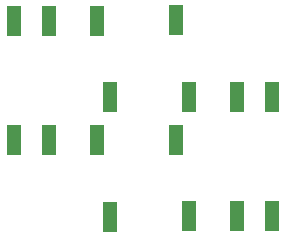
<source format=gbr>
%TF.GenerationSoftware,KiCad,Pcbnew,7.0.6*%
%TF.CreationDate,2023-11-27T13:38:28-05:00*%
%TF.ProjectId,AudioAdder,41756469-6f41-4646-9465-722e6b696361,2*%
%TF.SameCoordinates,Original*%
%TF.FileFunction,Paste,Top*%
%TF.FilePolarity,Positive*%
%FSLAX46Y46*%
G04 Gerber Fmt 4.6, Leading zero omitted, Abs format (unit mm)*
G04 Created by KiCad (PCBNEW 7.0.6) date 2023-11-27 13:38:28*
%MOMM*%
%LPD*%
G01*
G04 APERTURE LIST*
%ADD10R,1.200000X2.500000*%
G04 APERTURE END LIST*
D10*
%TO.C,J2*%
X160425008Y-109915530D03*
X163425008Y-109915530D03*
X155325008Y-103415530D03*
X156425008Y-109915530D03*
%TD*%
%TO.C,J1*%
X160430000Y-99820000D03*
X163430000Y-99820000D03*
X155330000Y-93320000D03*
X156430000Y-99820000D03*
%TD*%
%TO.C,J3*%
X144575000Y-103430000D03*
X141575000Y-103430000D03*
X149675000Y-109930000D03*
X148575000Y-103430000D03*
%TD*%
%TO.C,J4*%
X144570000Y-93330000D03*
X141570000Y-93330000D03*
X149670000Y-99830000D03*
X148570000Y-93330000D03*
%TD*%
M02*

</source>
